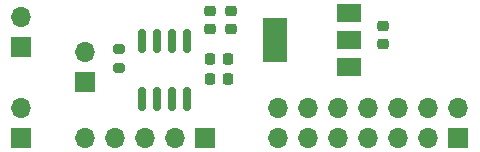
<source format=gbr>
%TF.GenerationSoftware,KiCad,Pcbnew,(6.0.7)*%
%TF.CreationDate,2023-01-15T17:04:05+01:00*%
%TF.ProjectId,I_CAN_has_carrot,495f4341-4e5f-4686-9173-5f636172726f,rev?*%
%TF.SameCoordinates,Original*%
%TF.FileFunction,Soldermask,Top*%
%TF.FilePolarity,Negative*%
%FSLAX46Y46*%
G04 Gerber Fmt 4.6, Leading zero omitted, Abs format (unit mm)*
G04 Created by KiCad (PCBNEW (6.0.7)) date 2023-01-15 17:04:05*
%MOMM*%
%LPD*%
G01*
G04 APERTURE LIST*
G04 Aperture macros list*
%AMRoundRect*
0 Rectangle with rounded corners*
0 $1 Rounding radius*
0 $2 $3 $4 $5 $6 $7 $8 $9 X,Y pos of 4 corners*
0 Add a 4 corners polygon primitive as box body*
4,1,4,$2,$3,$4,$5,$6,$7,$8,$9,$2,$3,0*
0 Add four circle primitives for the rounded corners*
1,1,$1+$1,$2,$3*
1,1,$1+$1,$4,$5*
1,1,$1+$1,$6,$7*
1,1,$1+$1,$8,$9*
0 Add four rect primitives between the rounded corners*
20,1,$1+$1,$2,$3,$4,$5,0*
20,1,$1+$1,$4,$5,$6,$7,0*
20,1,$1+$1,$6,$7,$8,$9,0*
20,1,$1+$1,$8,$9,$2,$3,0*%
G04 Aperture macros list end*
%ADD10RoundRect,0.200000X0.275000X-0.200000X0.275000X0.200000X-0.275000X0.200000X-0.275000X-0.200000X0*%
%ADD11R,1.700000X1.700000*%
%ADD12O,1.700000X1.700000*%
%ADD13RoundRect,0.225000X-0.225000X-0.250000X0.225000X-0.250000X0.225000X0.250000X-0.225000X0.250000X0*%
%ADD14RoundRect,0.225000X-0.250000X0.225000X-0.250000X-0.225000X0.250000X-0.225000X0.250000X0.225000X0*%
%ADD15R,2.000000X1.500000*%
%ADD16R,2.000000X3.800000*%
%ADD17RoundRect,0.150000X0.150000X-0.825000X0.150000X0.825000X-0.150000X0.825000X-0.150000X-0.825000X0*%
G04 APERTURE END LIST*
D10*
%TO.C,R1*%
X110250000Y-57075000D03*
X110250000Y-55425000D03*
%TD*%
D11*
%TO.C,J4*%
X117560000Y-63000000D03*
D12*
X115020000Y-63000000D03*
X112480000Y-63000000D03*
X109940000Y-63000000D03*
X107400000Y-63000000D03*
%TD*%
D13*
%TO.C,C3*%
X117975000Y-56250000D03*
X119525000Y-56250000D03*
%TD*%
D14*
%TO.C,C5*%
X118000000Y-52225000D03*
X118000000Y-53775000D03*
%TD*%
D15*
%TO.C,U1*%
X129740000Y-56950000D03*
D16*
X123440000Y-54650000D03*
D15*
X129740000Y-54650000D03*
X129740000Y-52350000D03*
%TD*%
D14*
%TO.C,C2*%
X119750000Y-52225000D03*
X119750000Y-53775000D03*
%TD*%
D11*
%TO.C,J2*%
X139000000Y-63000000D03*
D12*
X139000000Y-60460000D03*
X136460000Y-63000000D03*
X136460000Y-60460000D03*
X133920000Y-63000000D03*
X133920000Y-60460000D03*
X131380000Y-63000000D03*
X131380000Y-60460000D03*
X128840000Y-63000000D03*
X128840000Y-60460000D03*
X126300000Y-63000000D03*
X126300000Y-60460000D03*
X123760000Y-63000000D03*
X123760000Y-60460000D03*
%TD*%
D14*
%TO.C,C1*%
X132590000Y-53475000D03*
X132590000Y-55025000D03*
%TD*%
D17*
%TO.C,U2*%
X112190000Y-59700000D03*
X113460000Y-59700000D03*
X114730000Y-59700000D03*
X116000000Y-59700000D03*
X116000000Y-54750000D03*
X114730000Y-54750000D03*
X113460000Y-54750000D03*
X112190000Y-54750000D03*
%TD*%
D11*
%TO.C,J1*%
X107410000Y-58250000D03*
D12*
X107410000Y-55710000D03*
%TD*%
D11*
%TO.C,J3*%
X102000000Y-63000000D03*
D12*
X102000000Y-60460000D03*
%TD*%
D13*
%TO.C,C4*%
X117975000Y-58000000D03*
X119525000Y-58000000D03*
%TD*%
D11*
%TO.C,J5*%
X102000000Y-55275000D03*
D12*
X102000000Y-52735000D03*
%TD*%
M02*

</source>
